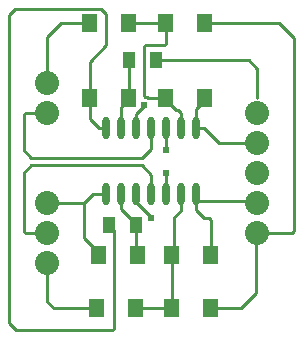
<source format=gtl>
G04*
G04 #@! TF.GenerationSoftware,Altium Limited,Altium Designer,24.4.1 (13)*
G04*
G04 Layer_Physical_Order=1*
G04 Layer_Color=255*
%FSLAX44Y44*%
%MOMM*%
G71*
G04*
G04 #@! TF.SameCoordinates,E702B004-23CB-4448-875A-07FC45505782*
G04*
G04*
G04 #@! TF.FilePolarity,Positive*
G04*
G01*
G75*
%ADD11C,0.2540*%
G04:AMPARAMS|DCode=16|XSize=1.0922mm|YSize=1.2954mm|CornerRadius=0.0055mm|HoleSize=0mm|Usage=FLASHONLY|Rotation=0.000|XOffset=0mm|YOffset=0mm|HoleType=Round|Shape=RoundedRectangle|*
%AMROUNDEDRECTD16*
21,1,1.0922,1.2845,0,0,0.0*
21,1,1.0813,1.2954,0,0,0.0*
1,1,0.0109,0.5406,-0.6422*
1,1,0.0109,-0.5406,-0.6422*
1,1,0.0109,-0.5406,0.6422*
1,1,0.0109,0.5406,0.6422*
%
%ADD16ROUNDEDRECTD16*%
G04:AMPARAMS|DCode=17|XSize=1.27mm|YSize=1.6002mm|CornerRadius=0.0064mm|HoleSize=0mm|Usage=FLASHONLY|Rotation=0.000|XOffset=0mm|YOffset=0mm|HoleType=Round|Shape=RoundedRectangle|*
%AMROUNDEDRECTD17*
21,1,1.2700,1.5875,0,0,0.0*
21,1,1.2573,1.6002,0,0,0.0*
1,1,0.0127,0.6287,-0.7938*
1,1,0.0127,-0.6287,-0.7938*
1,1,0.0127,-0.6287,0.7938*
1,1,0.0127,0.6287,0.7938*
%
%ADD17ROUNDEDRECTD17*%
%ADD18O,0.6096X1.8796*%
%ADD19C,2.0320*%
%ADD20C,0.6096*%
D11*
X153941Y191389D02*
X158750Y196198D01*
X153888Y191389D02*
X153941D01*
X152400Y189901D02*
X153888Y191389D01*
X152400Y177800D02*
Y189901D01*
X161591Y203708D02*
X162099Y203200D01*
X160238Y203708D02*
X161591D01*
X162099Y203200D02*
X177800D01*
X158750Y205196D02*
Y246162D01*
Y205196D02*
X160238Y203708D01*
X158750Y196198D02*
Y196850D01*
X152400Y114935D02*
Y121920D01*
Y114935D02*
X165100Y102235D01*
Y101600D02*
Y102235D01*
X157262Y152400D02*
X165100Y160238D01*
X63500Y152400D02*
X157262D01*
X63500Y146050D02*
X157262D01*
X177800Y121920D02*
Y139700D01*
Y158750D02*
Y177800D01*
X57150Y158750D02*
Y189012D01*
Y158750D02*
X63500Y152400D01*
X165100Y160238D02*
Y177800D01*
X57150Y189012D02*
X58638Y190500D01*
X77216D01*
X165100Y121920D02*
Y138212D01*
X57150Y139700D02*
X63500Y146050D01*
X157262D02*
X165100Y138212D01*
X57150Y90388D02*
Y139700D01*
X44450Y12700D02*
Y273050D01*
Y12700D02*
X50800Y6350D01*
X131862D01*
X49911Y278511D02*
X122809D01*
X44450Y273050D02*
X49911Y278511D01*
X58638Y88900D02*
X77216D01*
X57150Y90388D02*
X58638Y88900D01*
X222250Y165100D02*
X255016D01*
X209550Y177800D02*
X222250Y165100D01*
X203200Y177800D02*
X209550D01*
X144081Y104585D02*
X152400Y96266D01*
X143827Y104585D02*
X144081D01*
X139700Y108712D02*
X143827Y104585D01*
X152400Y95250D02*
Y96266D01*
X139700Y108712D02*
Y121920D01*
X152595Y70925D02*
Y95055D01*
X152400Y95250D02*
X152595Y95055D01*
Y70925D02*
X153670Y69850D01*
X107950Y84201D02*
Y114300D01*
X120650Y69850D02*
Y71501D01*
X107950Y84201D02*
X120650Y71501D01*
X129540Y95250D02*
X133350Y91440D01*
Y7838D02*
Y91440D01*
X131862Y6350D02*
X133350Y7838D01*
X122809Y278511D02*
X127000Y274320D01*
Y247650D02*
Y274320D01*
X88900Y266700D02*
X113030D01*
X77216Y255016D02*
X88900Y266700D01*
X113030Y233680D02*
X127000Y247650D01*
X113030Y203200D02*
Y233680D01*
X107950Y114300D02*
X115570Y121920D01*
X127000D01*
X77216Y114300D02*
X107950D01*
X152400Y25400D02*
X182880D01*
X119380Y23749D02*
Y25400D01*
X82550D02*
X119380D01*
X77216Y30734D02*
Y63500D01*
Y30734D02*
X82550Y25400D01*
X210820Y201549D02*
Y203200D01*
X203200Y193929D02*
X210820Y201549D01*
X203200Y177800D02*
Y193929D01*
X177800Y201549D02*
X186472Y192877D01*
X190500Y177800D02*
Y190500D01*
X177800Y201549D02*
Y203200D01*
X186472Y192877D02*
X188123D01*
X190500Y190500D01*
X160238Y247650D02*
X176312D01*
X158750Y246162D02*
X160238Y247650D01*
X176312D02*
X177800Y249138D01*
Y266700D01*
X203200Y107950D02*
Y117213D01*
X204843Y115570D02*
X253746D01*
X255016Y114300D01*
X203200Y117213D02*
Y121920D01*
Y117213D02*
X204843Y115570D01*
X214412Y101600D02*
X215900Y100112D01*
X209550Y101600D02*
X214412D01*
X215900Y69850D02*
Y100112D01*
X203200Y107950D02*
X209550Y101600D01*
X190500Y107950D02*
Y121920D01*
X184150Y101600D02*
X190500Y107950D01*
X182880Y69850D02*
X184150Y71120D01*
Y101600D01*
X182880Y25400D02*
Y69850D01*
X254000Y38100D02*
Y87884D01*
X255016Y88900D01*
X215900Y25400D02*
X241300D01*
X254000Y38100D01*
X285750Y90388D02*
Y254000D01*
X255016Y88900D02*
X284262D01*
X285750Y90388D01*
X120650Y177800D02*
X127000D01*
X113030Y185420D02*
X120650Y177800D01*
X113030Y185420D02*
Y203200D01*
X146050D02*
Y234950D01*
X139700Y195199D02*
X146050Y201549D01*
Y203200D01*
X139700Y177800D02*
Y195199D01*
X255016Y203200D02*
Y227584D01*
X247650Y234950D02*
X255016Y227584D01*
X168910Y234950D02*
X247650D01*
X273050Y266700D02*
X285750Y254000D01*
X210820Y266700D02*
X273050D01*
X146050D02*
X177800D01*
X77216Y215900D02*
Y255016D01*
D16*
X129540Y95250D02*
D03*
X152400D02*
D03*
X168910Y234950D02*
D03*
X146050D02*
D03*
D17*
X152400Y25400D02*
D03*
X119380D02*
D03*
X215900Y69850D02*
D03*
X182880D02*
D03*
Y25400D02*
D03*
X215900D02*
D03*
X210820Y203200D02*
D03*
X177800D02*
D03*
X113030D02*
D03*
X146050D02*
D03*
X177800Y266700D02*
D03*
X210820D02*
D03*
X146050D02*
D03*
X113030D02*
D03*
X120650Y69850D02*
D03*
X153670D02*
D03*
D18*
X203200Y121920D02*
D03*
X190500D02*
D03*
X177800D02*
D03*
X165100D02*
D03*
X152400D02*
D03*
X139700D02*
D03*
X127000D02*
D03*
Y177800D02*
D03*
X139700D02*
D03*
X152400D02*
D03*
X165100D02*
D03*
X177800D02*
D03*
X190500D02*
D03*
X203200D02*
D03*
D19*
X255016Y88900D02*
D03*
X77216Y63500D02*
D03*
X255016Y114300D02*
D03*
X77216Y88900D02*
D03*
X255016Y139700D02*
D03*
X77216Y114300D02*
D03*
X255016Y165100D02*
D03*
X77216Y190500D02*
D03*
X255016D02*
D03*
X77216Y215900D02*
D03*
D20*
X158750Y196850D02*
D03*
X165100Y101600D02*
D03*
X177800Y139700D02*
D03*
Y158750D02*
D03*
M02*

</source>
